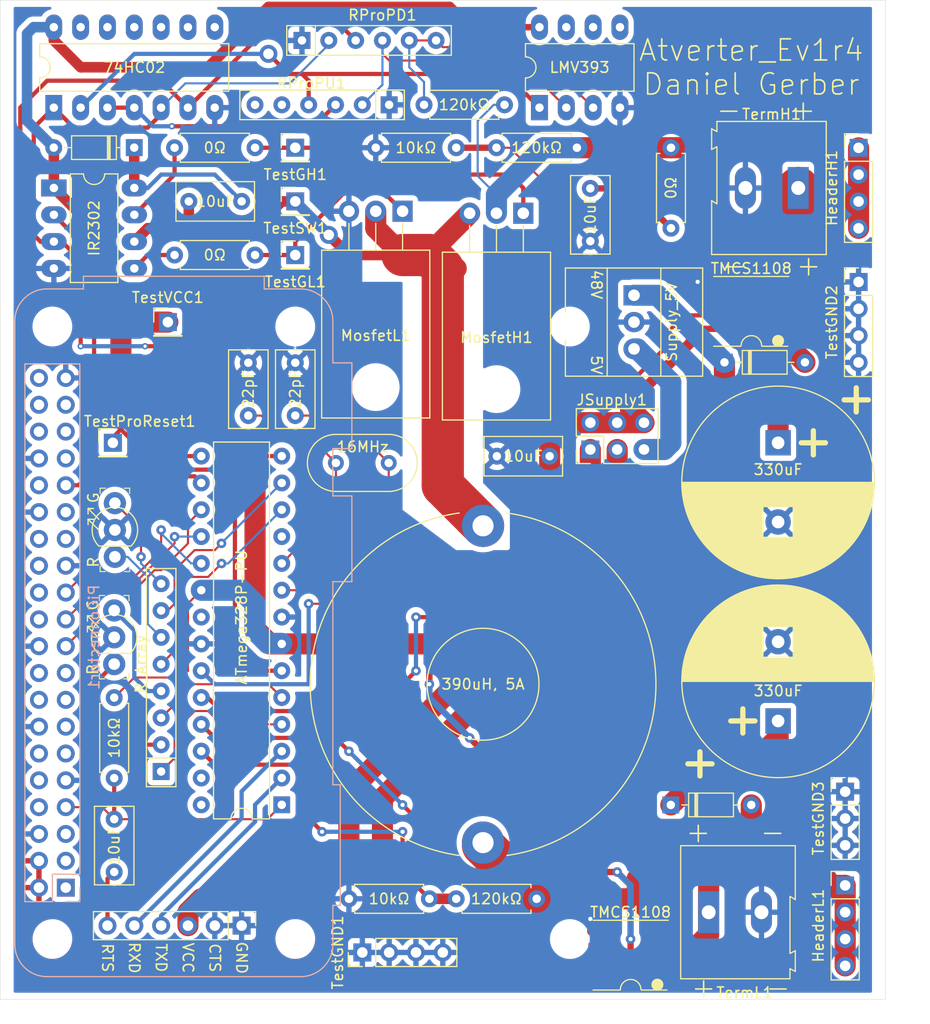
<source format=kicad_pcb>
(kicad_pcb (version 20211014) (generator pcbnew)
  (layers (0 "F.Cu" signal "Front") (31 "B.Cu" signal "Back") (34 "B.Paste" user) (35 "F.Paste" user) (36 "B.SilkS" user "B.Silkscreen") (37 "F.SilkS" user "F.Silkscreen") (38 "B.Mask" user) (39 "F.Mask" user) (44 "Edge.Cuts" user))
  (net 0 "")
  (net 1 "Net-(CBoot1-Pad1)")
  (net 2 "Net-(CBoot1-Pad2)")
  (net 3 "/DTR")
  (net 4 "GND")
  (net 5 "VCC")
  (net 6 "Net-(DSupplyH1-Pad1)")
  (net 7 "/VCCTTL")
  (net 8 "/MCURXI")
  (net 9 "/MCUTXO")
  (net 11 "/IH")
  (net 13 "/IL")
  (net 14 "/!RESET")
  (net 15 "Net-(COsc1-Pad2)")
  (net 16 "Net-(COsc2-Pad1)")
  (net 17 "/Red1")
  (net 18 "/Green1")
  (net 20 "/ProReset")
  (net 21 "/Red2")
  (net 22 "/PWM")
  (net 23 "/MOSI")
  (net 24 "/MISO")
  (net 25 "/SCLK")
  (net 27 "/VH")
  (net 28 "/VL")
  (net 32 "/VCCPi")
  (net 57 "Net-(GateDriver1-Pad7)")
  (net 58 "/VCCSupply")
  (net 59 "Net-(CHR1-Pad1)")
  (net 60 "Net-(GateDriver1-Pad5)")
  (net 61 "Net-(CH1-Pad1)")
  (net 62 "Net-(CL1-Pad1)")
  (net 63 "/!SS")
  (net 64 "Net-(MosfetH1-Pad1)")
  (net 65 "Net-(MosfetL1-Pad1)")
  (net 66 "/Green2")
  (net 67 "/!GateSD")
  (net 71 "Net-(LED1-Pad1)")
  (net 72 "Net-(LED1-Pad3)")
  (net 73 "Net-(LED2-Pad1)")
  (net 74 "Net-(LED2-Pad3)")
  (net 81 "/CompOut")
  (net 82 "Net-(DSupplyH1-Pad2)")
  (net 83 "Net-(DSupplyL1-Pad2)")
  (net 84 "/CompN")
  (net 85 "/CompP")
  (net 86 "/NORPU")
  (footprint "Connector_PinHeader_2.54mm:PinHeader_1x01_P2.54mm_Vertical" (layer "F.Cu") (at 91.44 60.96)
    (fp_text reference "TestSW1")
    (fp_text value "Conn_01x01_Male")
  )
  (footprint "Daniel_KiCad_Footprints:R_Axial_DIN0207_L6.3mm_D2.5mm_P7.62mm_Horizontal" (layer "F.Cu") (at 74.295 107.95 -90)
    (fp_text reference "RDTR1")
    (fp_text value "10kΩ")
  )
  (footprint "Inductor_THT:L_Toroid_Horizontal_D32.5mm_P30.00mm_Bourns_2300" (layer "F.Cu") (at 109.22 91.68 -90)
    (fp_text reference "L1")
    (fp_text value "390uH, 5A")
  )
  (footprint "Package_TO_SOT_THT:TO-220-3_Horizontal_TabDown" (layer "F.Cu") (at 101.6 61.89 180)
    (fp_text reference "MosfetL1")
    (fp_text value "IRF540NPBF")
  )
  (footprint "Connector_PinHeader_2.54mm:PinHeader_1x04_P2.54mm_Vertical" (layer "F.Cu") (at 144.78 68.59)
    (fp_text reference "TestGND2")
    (fp_text value "Conn_01x04_Male")
  )
  (footprint "Connector_PinHeader_2.54mm:PinHeader_1x01_P2.54mm_Vertical" (layer "F.Cu") (at 91.44 66.04)
    (fp_text reference "TestGL1")
    (fp_text value "Conn_01x01_Male")
  )
  (footprint "Daniel_KiCad_Footprints:R_Axial_DIN0207_L6.3mm_D2.5mm_P7.62mm_Horizontal" (layer "F.Cu") (at 87.63 55.88 180)
    (fp_text reference "RGateH1")
    (fp_text value "0Ω")
  )
  (footprint "Daniel_KiCad_Footprints:CP_Radial_D18.0mm_P7.50mm" (layer "F.Cu") (at 137.16 83.82 -90)
    (fp_text reference "CH1")
    (fp_text value "330uF")
  )
  (footprint "Daniel_KiCad_Footprints:R_Axial_DIN0207_L6.3mm_D2.5mm_P7.62mm_Horizontal" (layer "F.Cu") (at 87.63 66.04 180)
    (fp_text reference "RGateL1")
    (fp_text value "0Ω")
  )
  (footprint "Daniel_KiCad_Footprints:SOIC-8_3.9x4.9mm_P1.27mm" (layer "F.Cu") (at 134.62 71.12 180)
    (fp_text reference "ISenH1")
    (fp_text value "TMCS1108")
  )
  (footprint "Package_DIP:DIP-28_W7.62mm" (layer "F.Cu") (at 90.16 118.1 180)
    (fp_text reference "MCU1")
    (fp_text value "ATmega328P-PU")
  )
  (footprint "Daniel_KiCad_Footprints:C_Rect_L7.2mm_W3.5mm_P5.00mm_FKS2_FKP2_MKS2_MKP2" (layer "F.Cu") (at 74.295 124.46 90)
    (fp_text reference "CDTR1")
    (fp_text value "10uF")
  )
  (footprint "Daniel_KiCad_Footprints:R_Axial_DIN0207_L6.3mm_D2.5mm_P7.62mm_Horizontal" (layer "F.Cu") (at 114.3 127 180)
    (fp_text reference "RVSenTopL1")
    (fp_text value "120kΩ")
  )
  (footprint "Resistor_THT:R_Array_SIP8" (layer "F.Cu") (at 78.74 114.945 90)
    (fp_text reference "ResistorArray1")
    (fp_text value "R_Array")
  )
  (footprint "Daniel_KiCad_Footprints:LED_3pin_P2.54mm" (layer "F.Cu") (at 74.295 104.775 90)
    (fp_text reference "LED1" hide)
    (fp_text value "LED" hide)
  )
  (footprint "Daniel_KiCad_Footprints:C_Rect_L7.2mm_W3.5mm_P5.00mm_FKS2_FKP2_MKS2_MKP2" (layer "F.Cu") (at 119.38 59.73 -90)
    (fp_text reference "CHR1")
    (fp_text value "10uF")
  )
  (footprint "Package_DIP:DIP-14_W7.62mm_LongPads" (layer "F.Cu") (at 68.575 52.085 90)
    (fp_text reference "ProNOR1")
    (fp_text value "74HC02")
  )
  (footprint "Daniel_KiCad_Footprints:LED_3pin_P2.54mm" (layer "F.Cu") (at 74.36037 94.615 90)
    (fp_text reference "LED2" hide)
    (fp_text value "LED" hide)
  )
  (footprint "Package_TO_SOT_THT:TO-220-3_Horizontal_TabDown" (layer "F.Cu") (at 113.03 62.08 180)
    (fp_text reference "MosfetH1")
    (fp_text value "IRF540NPBF")
  )
  (footprint "Daniel_KiCad_Footprints:C_Rect_L7.2mm_W3.5mm_P5.00mm_FKS2_FKP2_MKS2_MKP2" (layer "F.Cu") (at 86.995 81.24 90)
    (fp_text reference "COsc2")
    (fp_text value "22pF")
  )
  (footprint "Connector_PinHeader_2.54mm:PinHeader_2x03_P2.54mm_Vertical" (layer "F.Cu") (at 119.38 84.455 90)
    (fp_text reference "JSupply1")
    (fp_text value "Conn_02x03_Odd_Even")
  )
  (footprint "Daniel_KiCad_Footprints:R_Axial_DIN0207_L6.3mm_D2.5mm_P7.62mm_Horizontal" (layer "F.Cu") (at 104.14 127 180)
    (fp_text reference "RVSenBotL1")
    (fp_text value "10kΩ")
  )
  (footprint "Package_DIP:DIP-8_W7.62mm_LongPads" (layer "F.Cu") (at 114.564 52.085 90)
    (fp_text reference "ProComp1")
    (fp_text value "LMV393")
  )
  (footprint "Daniel_KiCad_Footprints:R_Axial_DIN0207_L6.3mm_D2.5mm_P7.62mm_Horizontal" (layer "F.Cu") (at 103.632 51.816)
    (fp_text reference "RCompPH1")
    (fp_text value "120kΩ")
  )
  (footprint "Daniel_KiCad_Footprints:Resonator-2Pin_W10.0mm_H5.0mm" (layer "F.Cu") (at 95.29 85.725)
    (fp_text reference "Xtal16MHz1")
    (fp_text value "16MHz")
  )
  (footprint "Resistor_THT:R_Array_SIP6" (layer "F.Cu") (at 92.075 45.72)
    (fp_text reference "RProPD1")
    (fp_text value "R_Network05")
  )
  (footprint "Daniel_KiCad_Footprints:D_DO-35_SOD27_P7.62mm_Horizontal" (layer "F.Cu") (at 132.08 76.2)
    (fp_text reference "DSupplyH1")
    (fp_text value "BAT46")
  )
  (footprint "Daniel_KiCad_Footprints:C_Rect_L7.2mm_W3.5mm_P5.00mm_FKS2_FKP2_MKS2_MKP2" (layer "F.Cu") (at 115.53 85.09 180)
    (fp_text reference "CSup1")
    (fp_text value "10uF")
  )
  (footprint "Connector_PinHeader_2.54mm:PinHeader_1x01_P2.54mm_Vertical" (layer "F.Cu") (at 79.375 72.39)
    (fp_text reference "TestVCC1")
    (fp_text value "Conn_01x01_Male")
  )
  (footprint "Daniel_KiCad_Footprints:D_DO-35_SOD27_P7.62mm_Horizontal" (layer "F.Cu") (at 76.19 55.87 180)
    (fp_text reference "DBoot1")
    (fp_text value "BAT46")
  )
  (footprint "Daniel_KiCad_Footprints:SOIC-8_3.9x4.9mm_P1.27mm" (layer "F.Cu") (at 123.19 132.08 180)
    (fp_text reference "ISenL1")
    (fp_text value "TMCS1108")
  )
  (footprint "Package_DIP:DIP-8_W7.62mm_LongPads" (layer "F.Cu") (at 68.58 59.69)
    (fp_text reference "GateDriver1")
    (fp_text value "IR2302")
  )
  (footprint "Daniel_KiCad_Footprints:TerminalBlock_Altech_AK300-2_P5.00mm" (layer "F.Cu") (at 139.065 59.69 180)
    (fp_text reference "TermH1")
    (fp_text value "Screw_Terminal_01x02")
  )
  (footprint "Daniel_KiCad_Footprints:CP_Radial_D18.0mm_P7.50mm" (layer "F.Cu") (at 137.16 110.15778 90)
    (fp_text reference "CL1")
    (fp_text value "330uF")
  )
  (footprint "Connector_PinHeader_2.54mm:PinHeader_1x03_P2.54mm_Vertical" (layer "F.Cu") (at 143.51 116.855)
    (fp_text reference "TestGND3")
    (fp_text value "Conn_01x03_Male")
  )
  (footprint "Daniel_KiCad_Footprints:D_DO-35_SOD27_P7.62mm_Horizontal" (layer "F.Cu") (at 127 118.11)
    (fp_text reference "DSupplyL1")
    (fp_text value "BAT46")
  )
  (footprint "Daniel_KiCad_Footprints:R_Axial_DIN0207_L6.3mm_D2.5mm_P7.62mm_Horizontal" (layer "F.Cu") (at 127.015 55.88 -90)
    (fp_text reference "RCH1")
    (fp_text value "0Ω")
  )
  (footprint "Daniel_KiCad_Footprints:R_Axial_DIN0207_L6.3mm_D2.5mm_P7.62mm_Horizontal" (layer "F.Cu") (at 106.68 55.88 180)
    (fp_text reference "RVSenBotH1")
    (fp_text value "10kΩ")
  )
  (footprint "Daniel_KiCad_Footprints:C_Rect_L7.2mm_W3.5mm_P5.00mm_FKS2_FKP2_MKS2_MKP2" (layer "F.Cu") (at 86.36 60.96 180)
    (fp_text reference "CBoot1")
    (fp_text value "10uF")
  )
  (footprint "Daniel_KiCad_Footprints:FTDI_USB_TTL_Header" (layer "F.Cu") (at 86.36 129.54 -90)
    (fp_text reference "HeaderFTDI1" hide)
    (fp_text value "Conn_01x06_Male")
  )
  (footprint "Connector_PinHeader_2.54mm:PinHeader_1x04_P2.54mm_Vertical" (layer "F.Cu") (at 143.51 125.73)
    (fp_text reference "HeaderL1")
    (fp_text value "Conn_01x04_Male")
  )
  (footprint "Connector_PinHeader_2.54mm:PinHeader_1x01_P2.54mm_Vertical" (layer "F.Cu") (at 91.44 55.88)
    (fp_text reference "TestGH1")
    (fp_text value "Conn_01x01_Male")
  )
  (footprint "Connector_PinHeader_2.54mm:PinHeader_1x04_P2.54mm_Vertical" (layer "F.Cu") (at 97.79 132.08 90)
    (fp_text reference "TestGND1")
    (fp_text value "Conn_01x04_Male")
  )
  (footprint "Connector_PinHeader_2.54mm:PinHeader_1x04_P2.54mm_Vertical" (layer "F.Cu") (at 144.78 55.89)
    (fp_text reference "HeaderH1")
    (fp_text value "Conn_01x04_Male")
  )
  (footprint "Daniel_KiCad_Footprints:SupplyDC_48V-5V_TO-220-3_Vertical" (layer "F.Cu") (at 123.515 69.85 -90)
    (fp_text reference "Supply5V1")
    (fp_text value "Supply_5V")
  )
  (footprint "Daniel_KiCad_Footprints:R_Axial_DIN0207_L6.3mm_D2.5mm_P7.62mm_Horizontal" (layer "F.Cu") (at 118.11 55.88 180)
    (fp_text reference "RVSenTopH1")
    (fp_text value "120kΩ")
  )
  (footprint "Daniel_KiCad_Footprints:TerminalBlock_Altech_AK300-2_P5.00mm" (layer "F.Cu") (at 130.585 128.27)
    (fp_text reference "TermL1")
    (fp_text value "Screw_Terminal_01x02")
  )
  (footprint "Resistor_THT:R_Array_SIP6" (layer "F.Cu") (at 100.33 51.816 180)
    (fp_text reference "RProPU1")
    (fp_text value "R_Network05")
  )
  (footprint "Daniel_KiCad_Footprints:C_Rect_L7.2mm_W3.5mm_P5.00mm_FKS2_FKP2_MKS2_MKP2" (layer "F.Cu") (at 91.44 76.24 -90)
    (fp_text reference "COsc1")
    (fp_text value "22pF")
  )
  (footprint "Connector_PinHeader_2.54mm:PinHeader_1x01_P2.54mm_Vertical" (layer "F.Cu") (at 74.168 83.82)
    (fp_text reference "TestProReset1")
    (fp_text value "Conn_01x01_Male")
  )
  (footprint "Daniel_KiCad_Footprints:Raspberry_Pi_Zero_and_Four" (layer "B.Cu") (at 69.71 125.94)
    (fp_text reference "PiConnector1")
    (fp_text value "Raspberry_Pi_2_3")
  )
  (gr_rect (start 63.5 41.91) (end 147.32 136.525) (layer "Edge.Cuts") (width 0.0381) (fill none))
  (gr_text "Atverter_Ev1r4\nDaniel Gerber" (at 134.62 48.26) (layer "F.SilkS") (effects (font (size 2 2) (thickness 0.1524))))
  (segment (start 76.19 59.68) (end 76.2 59.69) (width 1) (layer "F.Cu") (net 1))
  (segment (start 76.19 55.87) (end 76.19 59.68) (width 1) (layer "F.Cu") (net 1))
  (segment (start 83.82 58.42) (end 86.36 60.96) (width 0.4) (layer "B.Cu") (net 1))
  (segment (start 77.47 59.69) (end 78.74 58.42) (width 0.4) (layer "B.Cu") (net 1))
  (segment (start 76.2 59.69) (end 77.47 59.69) (width 0.4) (layer "B.Cu") (net 1))
  (segment (start 78.74 58.42) (end 83.82 58.42) (width 0.4) (layer "B.Cu") (net 1))
  (segment (start 96.52 66.04) (end 101.6 66.04) (width 1) (layer "F.Cu") (net 2))
  (segment (start 104.14 65.89) (end 104.14 66.04) (width 2) (layer "F.Cu") (net 2))
  (segment (start 105.41 67.31) (end 104.14 66.04) (width 4) (layer "F.Cu") (net 2))
  (segment (start 77.47 63.5) (end 81.28 63.5) (width 1) (layer "F.Cu") (net 2))
  (segment (start 91.44 60.96) (end 90.17 60.96) (width 1) (layer "F.Cu") (net 2))
  (segment (start 87.63 63.5) (end 81.28 63.5) (width 1) (layer "F.Cu") (net 2))
  (segment (start 94.615 64.135) (end 96.52 66.04) (width 1) (layer "F.Cu") (net 2))
  (segment (start 106.68 67.31) (end 105.41 67.31) (width 2) (layer "F.Cu") (net 2))
  (segment (start 90.17 60.96) (end 87.63 63.5) (width 1) (layer "F.Cu") (net 2))
  (segment (start 81.36 63.42) (end 81.36 60.96) (width 1) (layer "F.Cu") (net 2))
  (segment (start 109.22 91.68) (end 109.22 91.44) (width 0.127) (layer "F.Cu") (net 2))
  (segment (start 104.14 66.04) (end 101.6 66.04) (width 4) (layer "F.Cu") (net 2))
  (segment (start 105.41 87.87) (end 105.41 67.31) (width 4) (layer "F.Cu") (net 2))
  (segment (start 109.22 91.68) (end 105.41 87.87) (width 4) (layer "F.Cu") (net 2))
  (segment (start 107.95 62.08) (end 104.14 65.89) (width 2) (layer "F.Cu") (net 2))
  (segment (start 99.06 61.89) (end 99.06 63.5) (width 2) (layer "F.Cu") (net 2))
  (segment (start 99.06 63.5) (end 101.6 66.04) (width 2) (layer "F.Cu") (net 2))
  (segment (start 76.2 64.77) (end 77.47 63.5) (width 1) (layer "F.Cu") (net 2))
  (segment (start 81.28 63.5) (end 81.36 63.42) (width 1) (layer "F.Cu") (net 2))
  (via (at 94.615 64.135) (size 1.7) (drill 1) (layers "F.Cu" "B.Cu") (net 2))
  (segment (start 94.615 64.135) (end 91.44 60.96) (width 1) (layer "B.Cu") (net 2))
  (segment (start 73.66 125.095) (end 74.295 124.46) (width 0.4) (layer "F.Cu") (net 3))
  (segment (start 73.66 129.54) (end 73.66 125.095) (width 0.4) (layer "F.Cu") (net 3))
  (segment (start 119.38 130.11) (end 119.445 130.175) (width 0.6) (layer "F.Cu") (net 4))
  (segment (start 132.145 69.215) (end 130.175 69.215) (width 0.6) (layer "F.Cu") (net 4))
  (segment (start 119.38 128.905) (end 119.38 130.11) (width 0.6) (layer "F.Cu") (net 4))
  (segment (start 130.175 69.215) (end 129.54 68.58) (width 0.6) (layer "F.Cu") (net 4))
  (via (at 119.38 128.905) (size 0.9) (drill 0.4) (layers "F.Cu" "B.Cu") (net 4))
  (via (at 129.54 68.58) (size 0.9) (drill 0.4) (layers "F.Cu" "B.Cu") (net 4))
  (segment (start 119.445 133.985) (end 121.285 133.985) (width 0.6) (layer "F.Cu") (net 5))
  (segment (start 123.19 130.81) (end 123.19 133.35) (width 0.6) (layer "F.Cu") (net 5))
  (segment (start 74.93 69.85) (end 73.66 68.58) (width 1) (layer "F.Cu") (net 5))
  (segment (start 128.905 73.025) (end 132.145 73.025) (width 0.6) (layer "F.Cu") (net 5))
  (segment (start 115.53 85.09) (end 115.53 83.86) (width 2) (layer "F.Cu") (net 5))
  (segment (start 109.205 44.465) (end 114.564 44.465) (width 0.6) (layer "F.Cu") (net 5))
  (segment (start 68.58 59.69) (end 68.58 55.88) (width 1) (layer "F.Cu") (net 5))
  (segment (start 115.53 93.94) (end 106.61 102.86) (width 2) (layer "F.Cu") (net 5))
  (segment (start 87.63 101.46137) (end 87.63 86.6775) (width 2) (layer "F.Cu") (net 5))
  (segment (start 104.14 106.68) (end 104.14 102.87) (width 0.6) (layer "F.Cu") (net 5))
  (segment (start 128.905 74.295) (end 123.19 80.01) (width 1) (layer "F.Cu") (net 5))
  (segment (start 88.9 42.545) (end 106.045 42.545) (width 1) (layer "F.Cu") (net 5))
  (segment (start 89.02863 102.86) (end 87.63 101.46137) (width 2) (layer "F.Cu") (net 5))
  (segment (start 121.92 124.46) (end 120.65 124.46) (width 0.6) (layer "F.Cu") (net 5))
  (segment (start 71.12 48.26) (end 83.185 48.26) (width 1) (layer "F.Cu") (net 5))
  (segment (start 123.19 133.35) (end 122.555 133.985) (width 0.6) (layer "F.Cu") (net 5))
  (segment (start 124.46 81.915) (end 123.19 80.645) (width 2) (layer "F.Cu") (net 5))
  (segment (start 80.9625 80.01) (end 78.74 80.01) (width 2) (layer "F.Cu") (net 5))
  (segment (start 73.66 64.77) (end 68.58 59.69) (width 1) (layer "F.Cu") (net 5))
  (segment (start 122.555 133.985) (end 120.44 133.985) (width 0.6) (layer "F.Cu") (net 5))
  (segment (start 83.185 48.26) (end 88.9 42.545) (width 1) (layer "F.Cu") (net 5))
  (segment (start 74.93 72.39) (end 79.375 72.39) (width 2) (layer "F.Cu") (net 5))
  (segment (start 73.66 68.58) (end 73.66 64.77) (width 1) (layer "F.Cu") (net 5))
  (segment (start 106.61 102.86) (end 104.13 102.86) (width 2) (layer "F.Cu") (net 5))
  (segment (start 76.2 106.045) (end 74.295 107.95) (width 0.2) (layer "F.Cu") (net 5))
  (segment (start 106.045 42.545) (end 108.585 45.085) (width 1) (layer "F.Cu") (net 5))
  (segment (start 74.93 76.2) (end 74.93 72.39) (width 2) (layer "F.Cu") (net 5))
  (segment (start 74.93 72.39) (end 74.93 69.85) (width 2) (layer "F.Cu") (net 5))
  (segment (start 123.19 80.645) (end 123.19 80.01) (width 2) (layer "F.Cu") (net 5))
  (segment (start 68.58 55.88) (end 68.57 55.87) (width 1) (layer "F.Cu") (net 5))
  (segment (start 90.16 102.86) (end 89.02863 102.86) (width 2) (layer "F.Cu") (net 5))
  (segment (start 121.92 81.915) (end 124.46 81.915) (width 2) (layer "F.Cu") (net 5))
  (segment (start 128.905 73.025) (end 128.905 74.295) (width 1) (layer "F.Cu") (net 5))
  (segment (start 80.645 106.045) (end 76.2 106.045) (width 0.2) (layer "F.Cu") (net 5))
  (segment (start 120.65 124.46) (end 107.95 111.76) (width 0.6) (layer "F.Cu") (net 5))
  (segment (start 81.28 99.04) (end 81.28 105.41) (width 0.2) (layer "F.Cu") (net 5))
  (segment (start 68.575 44.465) (end 68.575 45.715) (width 1) (layer "F.Cu") (net 5))
  (segment (start 104.13 102.86) (end 99.07 102.86) (width 2) (layer "F.Cu") (net 5))
  (segment (start 108.585 45.085) (end 109.205 44.465) (width 0.6) (layer "F.Cu") (net 5))
  (segment (start 117.475 81.915) (end 119.38 81.915) (width 2) (layer "F.Cu") (net 5))
  (segment (start 68.575 45.715) (end 71.12 48.26) (width 1) (layer "F.Cu") (net 5))
  (segment (start 104.14 102.87) (end 104.13 102.86) (width 0.6) (layer "F.Cu") (net 5))
  (segment (start 87.63 86.6775) (end 80.9625 80.01) (width 2) (layer "F.Cu") (net 5))
  (segment (start 99.07 102.86) (end 90.16 102.86) (width 2) (layer "F.Cu") (net 5))
  (segment (start 119.38 81.915) (end 121.92 81.915) (width 2) (layer "F.Cu") (net 5))
  (segment (start 81.28 105.41) (end 80.645 106.045) (width 0.2) (layer "F.Cu") (net 5))
  (segment (start 82.54 97.78) (end 81.28 99.04) (width 0.2) (layer "F.Cu") (net 5))
  (segment (start 115.53 85.09) (end 115.53 93.94) (width 2) (layer "F.Cu") (net 5))
  (segment (start 115.53 83.86) (end 117.475 81.915) (width 2) (layer "F.Cu") (net 5))
  (segment (start 78.74 80.01) (end 74.93 76.2) (width 2) (layer "F.Cu") (net 5))
  (via (at 121.92 124.46) (size 0.9) (drill 0.4) (layers "F.Cu" "B.Cu") (net 5))
  (via (at 107.95 111.76) (size 0.9) (drill 0.4) (layers "F.Cu" "B.Cu") (net 5))
  (via (at 123.19 130.81) (size 0.9) (drill 0.4) (layers "F.Cu" "B.Cu") (net 5))
  (via (at 104.14 106.68) (size 0.9) (drill 0.4) (layers "F.Cu" "B.Cu") (net 5))
  (segment (start 68.575 44.465) (end 66.66 44.465) (width 1) (layer "B.Cu") (net 5))
  (segment (start 107.95 111.76) (end 104.14 107.95) (width 0.6) (layer "B.Cu") (net 5))
  (segment (start 104.14 107.95) (end 104.14 106.68) (width 0.6) (layer "B.Cu") (net 5))
  (segment (start 86.35 97.78) (end 87.63 99.06) (width 2) (layer "B.Cu") (net 5))
  (segment (start 123.19 125.73) (end 121.92 124.46) (width 0.6) (layer "B.Cu") (net 5))
  (segment (start 82.54 97.78) (end 86.35 97.78) (width 2) (layer "B.Cu") (net 5))
  (segment (start 88.843 102.813) (end 90.16 102.813) (width 2) (layer "B.Cu") (net 5))
  (segment (start 123.19 130.81) (end 123.19 125.73) (width 0.6) (layer "B.Cu") (net 5))
  (segment (start 66.04 45.085) (end 66.04 53.34) (width 1) (layer "B.Cu") (net 5))
  (segment (start 66.66 44.465) (end 66.04 45.085) (width 1) (layer "B.Cu") (net 5))
  (segment (start 87.63 99.06) (end 87.63 101.6) (width 2) (layer "B.Cu") (net 5))
  (segment (start 87.63 101.6) (end 88.843 102.813) (width 2) (layer "B.Cu") (net 5))
  (segment (start 66.04 53.34) (end 68.57 55.87) (width 1) (layer "B.Cu") (net 5))
  (segment (start 132.08 86.995) (end 132.08 76.2) (width 2) (layer "F.Cu") (net 6))
  (segment (start 129.54 115.57) (end 129.54 89.535) (width 2) (layer "F.Cu") (net 6))
  (segment (start 127 118.11) (end 129.54 115.57) (width 2) (layer "F.Cu") (net 6))
  (segment (start 129.54 89.535) (end 132.08 86.995) (width 2) (layer "F.Cu") (net 6))
  (segment (start 123.515 69.85) (end 125.73 69.85) (width 2) (layer "B.Cu") (net 6))
  (segment (start 125.73 69.85) (end 132.08 76.2) (width 2) (layer "B.Cu") (net 6))
  (segment (start 119.38 93.98) (end 119.38 84.455) (width 2) (layer "F.Cu") (net 7))
  (segment (start 81.28 129.54) (end 81.28 128.27) (width 2) (layer "F.Cu") (net 7))
  (segment (start 96.52 123.19) (end 96.52 116.84) (width 2) (layer "F.Cu") (net 7))
  (segment (start 96.52 116.84) (end 119.38 93.98) (width 2) (layer "F.Cu") (net 7))
  (segment (start 82.55 127) (end 92.71 127) (width 2) (layer "F.Cu") (net 7))
  (segment (start 81.28 128.27) (end 82.55 127) (width 2) (layer "F.Cu") (net 7))
  (segment (start 92.71 127) (end 96.52 123.19) (width 2) (layer "F.Cu") (net 7))
  (segment (start 78.74 128.5875) (end 78.74 129.54) (width 0.4) (layer "B.Cu") (net 8))
  (segment (start 87.63 118.09) (end 87.63 119.6975) (width 0.4) (layer "B.Cu") (net 8))
  (segment (start 87.63 119.6975) (end 78.74 128.5875) (width 0.4) (layer "B.Cu") (net 8))
  (segment (start 90.16 115.56) (end 87.63 118.09) (width 0.4) (layer "B.Cu") (net 8))
  (segment (start 86.36 116.82) (end 86.36 119.38) (width 0.4) (layer "B.Cu") (net 9))
  (segment (start 90.16 113.02) (end 86.36 116.82) (width 0.4) (layer "B.Cu") (net 9))
  (segment (start 86.36 119.38) (end 76.2 129.54) (width 0.4) (layer "B.Cu") (net 9))
  (segment (start 117.475 78.105) (end 113.665 81.915) (width 0.4) (layer "F.Cu") (net 11))
  (segment (start 126.365 74.93) (end 123.19 78.105) (width 0.4) (layer "F.Cu") (net 11))
  (segment (start 84.42387 109.22) (end 83.14387 107.94) (width 0.4) (layer "F.Cu") (net 11))
  (segment (start 113.665 93.345) (end 106.68 100.33) (width 0.4) (layer "F.Cu") (net 11))
  (segment (start 113.665 81.915) (end 113.665 93.345) (width 0.4) (layer "F.Cu") (net 11))
  (segment (start 106.68 100.33) (end 102.87 100.33) (width 0.4) (layer "F.Cu") (net 11))
  (segment (start 102.87 105.41) (end 99.06 109.22) (width 0.4) (layer "F.Cu") (net 11))
  (segment (start 128.27 71.755) (end 126.365 73.66) (width 0.4) (layer "F.Cu") (net 11))
  (segment (start 132.145 71.755) (end 128.27 71.755) (width 0.4) (layer "F.Cu") (net 11))
  (segment (start 99.06 109.22) (end 84.42387 109.22) (width 0.4) (layer "F.Cu") (net 11))
  (segment (start 123.19 78.105) (end 117.475 78.105) (width 0.4) (layer "F.Cu") (net 11))
  (segment (start 126.365 73.66) (end 126.365 74.93) (width 0.4) (layer "F.Cu") (net 11))
  (segment (start 83.14387 107.94) (end 82.54 107.94) (width 0.4) (layer "F.Cu") (net 11))
  (via (at 102.87 100.33) (size 0.9) (drill 0.4) (layers "F.Cu" "B.Cu") (net 11))
  (via (at 102.87 105.41) (size 0.9) (drill 0.4) (layers "F.Cu" "B.Cu") (net 11))
  (segment (start 102.87 100.33) (end 102.87 105.41) (width 0.4) (layer "B.Cu") (net 11))
  (segment (start 111.76 129.54) (end 104.14 129.54) (width 0.4) (layer "F.Cu") (net 13))
  (segment (start 119.095 132.715) (end 119.445 132.715) (width 0.6) (layer "F.Cu") (net 13))
  (segment (start 83.82 114.3) (end 82.54 113.02) (width 0.4) (layer "F.Cu") (net 13))
  (segment (start 93.98 120.65) (end 92.71 119.38) (width 0.4) (layer "F.Cu") (net 13))
  (segment (start 114.3 132.08) (end 114.935 132.08) (width 0.6) (layer "F.Cu") (net 13))
  (segment (start 116.205 133.35) (end 118.46 133.35) (width 0.6) (layer "F.Cu") (net 13))
  (segment (start 114.3 132.08) (end 111.76 129.54) (width 0.4) (layer "F.Cu") (net 13))
  (segment (start 91.44 114.3) (end 83.82 114.3) (width 0.4) (layer "F.Cu") (net 13))
  (segment (start 101.6 127) (end 101.6 120.65) (width 0.4) (layer "F.Cu") (net 13))
  (segment (start 114.935 132.08) (end 116.205 133.35) (width 0.6) (layer "F.Cu") (net 13))
  (segment (start 92.71 119.38) (end 92.71 115.57) (width 0.4) (layer "F.Cu") (net 13))
  (segment (start 92.71 115.57) (end 91.44 114.3) (width 0.4) (layer "F.Cu") (net 13))
  (segment (start 118.46 133.35) (end 119.095 132.715) (width 0.6) (layer "F.Cu") (net 13))
  (segment (start 104.14 129.54) (end 101.6 127) (width 0.4) (layer "F.Cu") (net 13))
  (via (at 101.6 120.65) (size 0.9) (drill 0.4) (layers "F.Cu" "B.Cu") (net 13))
  (via (at 93.98 120.65) (size 0.9) (drill 0.4) (layers "F.Cu" "B.Cu") (net 13))
  (segment (start 101.6 120.65) (end 93.98 120.65) (width 0.4) (layer "B.Cu") (net 13))
  (segment (start 74.295 119.46) (end 88.8 119.46) (width 0.2) (layer "F.Cu") (net 14))
  (segment (start 73.155 118.32) (end 74.295 119.46) (width 0.2) (layer "F.Cu") (net 14))
  (segment (start 69.71 118.32) (end 73.155 118.32) (width 0.2) (layer "F.Cu") (net 14))
  (segment (start 74.295 119.46) (end 74.295 115.57) (width 0.4) (layer "F.Cu") (net 14))
  (segment (start 88.8 119.46) (end 90.16 118.1) (width 0.2) (layer "F.Cu") (net 14))
  (segment (start 100.29 93.385) (end 100.29 85.09) (width 0.2) (layer "F.Cu") (net 15))
  (segment (start 91.44 81.24) (end 95.805 81.24) (width 0.2) (layer "F.Cu") (net 15))
  (segment (start 90.16 97.78) (end 95.895 97.78) (width 0.2) (layer "F.Cu") (net 15))
  (segment (start 95.805 81.24) (end 100.29 85.725) (width 0.2) (layer "F.Cu") (net 15))
  (segment (start 95.895 97.78) (end 100.29 93.385) (width 0.2) (layer "F.Cu") (net 15))
  (segment (start 88.225 81.24) (end 90.17 83.185) (width 0.2) (layer "F.Cu") (net 16))
  (segment (start 92.75 83.185) (end 95.29 85.725) (width 0.2) (layer "F.Cu") (net 16))
  (segment (start 90.17 83.185) (end 92.75 83.185) (width 0.2) (layer "F.Cu") (net 16))
  (segment (start 86.995 81.24) (end 88.225 81.24) (width 0.2) (layer "F.Cu") (net 16))
  (segment (start 95.29 85.09) (end 95.29 90.11) (width 0.2) (layer "F.Cu") (net 16))
  (segment (start 95.29 90.11) (end 90.16 95.24) (width 0.2) (layer "F.Cu") (net 16))
  (segment (start 80.01 113.675) (end 78.74 114.945) (width 0.2) (layer "F.Cu") (net 17))
  (segment (start 83.185 109.22) (end 81.915 109.22) (width 0.2) (layer "F.Cu") (net 17))
  (segment (start 80.01 111.125) (end 80.01 113.675) (width 0.2) (layer "F.Cu") (net 17))
  (segment (start 81.915 109.22) (end 80.01 111.125) (width 0.2) (layer "F.Cu") (net 17))
  (segment (start 90.16 110.48) (end 84.445 110.48) (width 0.2) (layer "F.Cu") (net 17))
  (segment (start 84.445 110.48) (end 83.185 109.22) (width 0.2) (layer "F.Cu") (net 17))
  (segment (start 80.645 107.315) (end 80.645 107.96) (width 0.2) (layer "F.Cu") (net 18))
  (segment (start 80.645 107.96) (end 78.74 109.865) (width 0.2) (layer "F.Cu") (net 18))
  (segment (start 81.28 106.68) (end 80.645 107.315) (width 0.2) (layer "F.Cu") (net 18))
  (segment (start 90.16 107.94) (end 88.9 106.68) (width 0.2) (layer "F.Cu") (net 18))
  (segment (start 88.9 106.68) (end 81.28 106.68) (width 0.2) (layer "F.Cu") (net 18))
  (segment (start 89.545 43.815) (end 95.25 43.815) (width 0.4) (layer "F.Cu") (net 20))
  (segment (start 78.72 49.53) (end 81.275 52.085) (width 0.4) (layer "F.Cu") (net 20))
  (segment (start 95.25 43.815) (end 97.155 45.72) (width 0.4) (layer "F.Cu") (net 20))
  (segment (start 85.725 103.505) (end 85.725 88.265) (width 0.4) (layer "F.Cu") (net 20))
  (segment (start 74.93 82.55) (end 74.168 83.312) (width 0.4) (layer "F.Cu") (net 20))
  (segment (start 74.93 82.55) (end 71.12 78.74) (width 0.4) (layer "F.Cu") (net 20))
  (segment (start 78.74 86.36) (end 74.93 82.55) (width 0.4) (layer "F.Cu") (net 20))
  (segment (start 81.275 52.085) (end 89.545 43.815) (width 0.4) (layer "F.Cu") (net 20))
  (segment (start 67.630999 75.692) (end 65.405 73.466001) (width 0.4) (layer "F.Cu") (net 20))
  (segment (start 85.725 88.265) (end 83.82 86.36) (width 0.4) (layer "F.Cu") (net 20))
  (segment (start 74.168 83.312) (end 74.168 83.82) (width 0.4) (layer "F.Cu") (net 20))
  (segment (start 71.12 78.74) (end 71.12 76.708) (width 0.4) (layer "F.Cu") (net 20))
  (segment (start 83.82 86.36) (end 78.74 86.36) (width 0.4) (layer "F.Cu") (net 20))
  (segment (start 65.405 52.07) (end 67.945 49.53) (width 0.4) (layer "F.Cu") (net 20))
  (segment (start 71.12 76.708) (end 70.104 75.692) (width 0.4) (layer "F.Cu") (net 20))
  (segment (start 67.945 49.53) (end 78.72 49.53) (width 0.4) (layer "F.Cu") (net 20))
  (segment (start 70.104 75.692) (end 67.630999 75.692) (width 0.4) (layer "F.Cu") (net 20))
  (segment (start 65.405 73.466001) (end 65.405 52.07) (width 0.4) (layer "F.Cu") (net 20))
  (segment (start 87.62 105.4) (end 85.725 103.505) (width 0.4) (layer "F.Cu") (net 20))
  (segment (start 90.16 105.4) (end 87.62 105.4) (width 0.4) (layer "F.Cu") (net 20))
  (segment (start 80.645 102.88) (end 78.74 104.785) (width 0.2) (layer "F.Cu") (net 21))
  (segment (start 84.455 95.25) (end 83.185 96.52) (width 0.2) (layer "F.Cu") (net 21))
  (segment (start 80.645 97.155) (end 80.645 102.88) (width 0.2) (layer "F.Cu") (net 21))
  (segment (start 83.185 96.52) (end 81.28 96.52) (width 0.2) (layer "F.Cu") (net 21))
  (segment (start 81.28 96.52) (end 80.645 97.155) (width 0.2) (layer "F.Cu") (net 21))
  (via (at 84.455 95.25) (size 0.9) (drill 0.4) (layers "F.Cu" "B.Cu") (net 21))
  (segment (start 90.16 90.16) (end 85.07 95.25) (width 0.2) (layer "B.Cu") (net 21))
  (segment (start 85.07 95.25) (end 84.455 95.25) (width 0.2) (layer "B.Cu") (net 21))
  (segment (start 80 85.08) (end 72.39 77.47) (width 0.4) (layer "F.Cu") (net 22))
  (segment (start 82.54 85.08) (end 80 85.08) (width 0.4) (layer "F.Cu") (net 22))
  (segment (start 72.39 77.47) (end 72.39 66.04) (width 0.4) (layer "F.Cu") (net 22))
  (segment (start 72.39 66.04) (end 68.58 62.23) (width 0.4) (layer "F.Cu") (net 22))
  (segment (start 69.71 103.08) (end 72.39 100.4) (width 0.2) (layer "F.Cu") (net 23))
  (segment (start 81.28 91.44) (end 82.54 90.18) (width 0.2) (layer "F.Cu") (net 23))
  (segment (start 78.74 95.885) (end 81.28 93.345) (width 0.2) (layer "F.Cu") (net 23))
  (segment (start 73.025 97.79) (end 76.2 97.79) (width 0.2) (layer "F.Cu") (net 23))
  (segment (start 72.39 100.4) (end 72.39 98.425) (width 0.2) (layer "F.Cu") (net 23))
  (segment (start 81.28 93.345) (end 81.28 91.44) (width 0.2) (layer "F.Cu") (net 23))
  (segment (start 82.54 90.18) (end 82.54 90.16) (width 0.2) (layer "F.Cu") (net 23))
  (segment (start 78.105 95.885) (end 78.74 95.885) (width 0.2) (layer "F.Cu") (net 23))
  (segment (start 72.39 98.425) (end 73.025 97.79) (width 0.2) (layer "F.Cu") (net 23))
  (segment (start 76.2 97.79) (end 78.105 95.885) (width 0.2) (layer "F.Cu") (net 23))
  (segment (start 76.2 97.155) (end 72.39 97.155) (width 0.2) (layer "F.Cu") (net 24))
  (segment (start 80.01 93.345) (end 76.2 97.155) (width 0.2) (layer "F.Cu") (net 24))
  (segment (start 80.01 92.71) (end 80.01 93.345) (width 0.2) (layer "F.Cu") (net 24))
  (segment (start 71.755 98.495) (end 69.71 100.54) (width 0.2) (layer "F.Cu") (net 24))
  (segment (start 72.39 97.155) (end 71.755 97.79) (width 0.2) (layer "F.Cu") (net 24))
  (segment (start 71.755 97.79) (end 71.755 98.495) (width 0.2) (layer "F.Cu") (net 24))
  (via (at 80.01 92.71) (size 0.9) (drill 0.4) (layers "F.Cu" "B.Cu") (net 24))
  (segment (start 80.01 92.71) (end 80.02 92.7) (width 0.2) (layer "B.Cu") (net 24))
  (segment (start 80.02 92.7) (end 82.54 92.7) (width 0.2) (layer "B.Cu") (net 24))
  (segment (start 78.74 93.98) (end 76.2 96.52) (width 0.2) (layer "F.Cu") (net 25))
  (segment (start 76.2 96.52) (end 71.19 96.52) (width 0.2) (layer "F.Cu") (net 25))
  (segment (start 71.19 96.52) (end 69.71 98) (width 0.2) (layer "F.Cu") (net 25))
  (segment (start 78.74 92.075) (end 78.74 93.98) (width 0.2) (layer "F.Cu") (net 25))
  (via (at 78.74 92.075) (size 0.9) (drill 0.4) (layers "F.Cu" "B.Cu") (net 25))
  (segment (start 78.74 92.075) (end 78.74 92.397423) (width 0.2) (layer "B.Cu") (net 25))
  (segment (start 81.582577 95.24) (end 82.54 95.24) (width 0.2) (layer "B.Cu") (net 25))
  (segment (start 78.74 92.397423) (end 81.582577 95.24) (width 0.2) (layer "B.Cu") (net 25))
  (segment (start 111.76 55.88) (end 115.57 59.69) (width 0.2) (layer "F.Cu") (net 27))
  (segment (start 115.57 78.74) (end 112.395 81.915) (width 0.2) (layer "F.Cu") (net 27))
  (segment (start 111.76 55.88) (end 110.49 55.88) (width 0.2) (layer "F.Cu") (net 27))
  (segment (start 115.57 59.69) (end 115.57 78.74) (width 0.2) (layer "F.Cu") (net 27))
  (segment (start 112.395 81.915) (end 112.395 93.345) (width 0.2) (layer "F.Cu") (net 27))
  (segment (start 106.68 55.88) (end 109.863 55.88) (width 0.6) (layer "F.Cu") (net 27))
  (segment (start 106.68 99.06) (end 92.71 99.06) (width 0.2) (layer "F.Cu") (net 27))
  (segment (start 112.395 93.345) (end 106.68 99.06) (width 0.2) (layer "F.Cu") (net 27))
  (via (at 92.71 99.06) (size 0.9) (drill 0.4) (layers "F.Cu" "B.Cu") (net 27))
  (segment (start 92.71 106.68) (end 83.82 106.68) (width 0.4) (layer "B.Cu") (net 27))
  (segment (start 92.71 99.06) (end 92.71 106.68) (width 0.4) (layer "B.Cu") (net 27))
  (segment (start 83.82 106.68) (end 82.54 105.4) (width 0.4) (layer "B.Cu") (net 27))
  (segment (start 104.14 127) (end 102.87 125.73) (width 0.4) (layer "F.Cu") (net 28))
  (segment (start 95.25 111.76) (end 83.82 111.76) (width 0.4) (layer "F.Cu") (net 28))
  (segment (start 102.87 119.38) (end 101.6 118.11) (width 0.4) (layer "F.Cu") (net 28))
  (segment (start 83.82 111.76) (end 82.54 110.48) (width 0.4) (layer "F.Cu") (net 28))
  (segment (start 106.68 127) (end 104.14 127) (width 1) (layer "F.Cu") (net 28))
  (segment (start 96.52 113.03) (end 95.25 111.76) (width 0.4) (layer "F.Cu") (net 28))
  (segment (start 102.87 125.73) (end 102.87 119.38) (width 0.4) (layer "F.Cu") (net 28))
  (via (at 101.6 118.11) (size 0.9) (drill 0.4) (layers "F.Cu" "B.Cu") (net 28))
  (via (at 96.52 113.03) (size 0.9) (drill 0.4) (layers "F.Cu" "B.Cu") (net 28))
  (segment (start 101.6 118.11) (end 96.52 113.03) (width 0.4) (layer "B.Cu") (net 28))
  (segment (start 95.25 130.81) (end 96.52 129.54) (width 2) (layer "F.Cu") (net 32))
  (segment (start 97.79 129.54) (end 99.695 127.635) (width 2) (layer "F.Cu") (net 32))
  (segment (start 99.695 127.635) (end 99.695 117.475) (width 2) (layer "F.Cu") (net 32))
  (segment (start 99.695 117.475) (end 121.92 95.25) (width 2) (layer "F.Cu") (net 32))
  (segment (start 121.92 95.25) (end 121.92 84.455) (width 2) (layer "F.Cu") (net 32))
  (segment (start 95.25 132.08) (end 95.25 130.81) (width 2) (layer "F.Cu") (net 32))
  (segment (start 96.52 129.54) (end 97.79 129.54) (width 2) (layer "F.Cu") (net 32))
  (segment (start 80.01 58.42) (end 80.01 55.88) (width 0.4) (layer "F.Cu") (net 57))
  (segment (start 76.2 62.23) (end 80.01 58.42) (width 0.4) (layer "F.Cu") (net 57))
  (segment (start 126.365 84.455) (end 124.46 84.455) (width 2) (layer "B.Cu") (net 58))
  (segment (start 123.825 74.93) (end 127 78.105) (width 2) (layer "B.Cu") (net 58))
  (segment (start 127 78.105) (end 127 83.82) (width 2) (layer "B.Cu") (net 58))
  (segment (start 127 83.82) (end 126.365 84.455) (width 2) (layer "B.Cu") (net 58))
  (segment (start 123.515 74.93) (end 123.825 74.93) (width 2) (layer "B.Cu") (net 58))
  (segment (start 123.245 59.73) (end 127.015 63.5) (width 0.6) (layer "F.Cu") (net 59))
  (segment (start 119.38 59.73) (end 123.245 59.73) (width 0.6) (layer "F.Cu") (net 59))
  (segment (start 76.2 67.31) (end 77.47 66.04) (width 0.4) (layer "F.Cu") (net 60))
  (segment (start 77.47 66.04) (end 80.01 66.04) (width 0.4) (layer "F.Cu") (net 60))
  (segment (start 129.54 55.88) (end 127.015 55.88) (width 2) (layer "F.Cu") (net 61))
  (segment (start 118.11 55.88) (end 127.015 55.88) (width 2) (layer "F.Cu") (net 61))
  (segment (start 135.255 69.215) (end 134.62 69.85) (width 2) (layer "F.Cu") (net 61))
  (segment (start 135.255 69.215) (end 137.095 69.215) (width 1) (layer "F.Cu") (net 61))
  (segment (start 137.095 69.215) (end 137.095 70.485) (width 0.6) (layer "F.Cu") (net 61))
  (segment (start 130.81 62.865) (end 130.81 57.15) (width 2) (layer "F.Cu") (net 61))
  (segment (start 130.81 57.15) (end 129.54 55.88) (width 2) (layer "F.Cu") (net 61))
  (segment (start 135.255 67.31) (end 130.81 62.865) (width 2) (layer "F.Cu") (net 61))
  (segment (start 135.255 69.215) (end 135.255 67.31) (width 2) (layer "F.Cu") (net 61))
  (segment (start 134.62 69.85) (end 134.62 77.47) (width 2) (layer "F.Cu") (net 61))
  (segment (start 137.16 80.01) (end 137.16 83.82) (width 2) (layer "F.Cu") (net 61))
  (segment (start 134.62 77.47) (end 137.16 80.01) (width 2) (layer "F.Cu") (net 61))
  (segment (start 110.49 60.325) (end 114.935 55.88) (width 2) (layer "B.Cu") (net 61))
  (segment (start 108.712 53.34) (end 108.712 58.547) (width 0.2) (layer "B.Cu") (net 61))
  (segment (start 110.236 51.816) (end 108.712 53.34) (width 0.2) (layer "B.Cu") (net 61))
  (segment (start 110.49 62.08) (end 110.49 60.325) (width 2) (layer "B.Cu") (net 61))
  (segment (start 114.935 55.88) (end 118.11 55.88) (width 2) (layer "B.Cu") (net 61))
  (segment (start 108.712 58.547) (end 110.49 60.325) (width 0.2) (layer "B.Cu") (net 61))
  (segment (start 111.252 51.816) (end 110.236 51.816) (width 0.2) (layer "B.Cu") (net 61))
  (segment (start 123.825 125.095) (end 123.825 127) (width 2) (layer "F.Cu") (net 62))
  (segment (start 125.94 130.175) (end 125.94 131.445) (width 0.6) (layer "F.Cu") (net 62))
  (segment (start 109.22 121.92) (end 114.3 127) (width 4) (layer "F.Cu") (net 62))
  (segment (start 137.16 111.76) (end 123.825 125.095) (width 2) (layer "F.Cu") (net 62))
  (segment (start 123.825 127) (end 125.94 129.115) (width 2) (layer "F.Cu") (net 62))
  (segment (start 137.16 110.15778) (end 137.16 111.76) (width 2) (layer "F.Cu") (net 62))
  (segment (start 109.22 121.68) (end 109.22 121.92) (width 4) (layer "F.Cu") (net 62))
  (segment (start 125.94 129.115) (end 125.94 130.175) (width 2) (layer "F.Cu") (net 62))
  (segment (start 114.3 127) (end 123.825 127) (width 2) (layer "F.Cu") (net 62))
  (segment (start 81.915 86.995) (end 82.54 87.62) (width 0.4) (layer "F.Cu") (net 63))
  (segment (start 71.755 86.995) (end 81.915 86.995) (width 0.4) (layer "F.Cu") (net 63))
  (segment (start 70.91 87.84) (end 71.755 86.995) (width 0.4) (layer "F.Cu") (net 63))
  (segment (start 69.71 87.84) (end 70.91 87.84) (width 0.4) (layer "F.Cu") (net 63))
  (segment (start 111.76 58.42) (end 113.03 59.69) (width 0.4) (layer "F.Cu") (net 64))
  (segment (start 87.63 55.88) (end 91.44 55.88) (width 0.4) (layer "F.Cu") (net 64))
  (segment (start 91.44 55.88) (end 96.52 55.88) (width 0.4) (layer "F.Cu") (net 64))
  (segment (start 99.06 58.42) (end 111.76 58.42) (width 0.4) (layer "F.Cu") (net 64))
  (segment (start 96.52 55.88) (end 99.06 58.42) (width 0.4) (layer "F.Cu") (net 64))
  (segment (start 113.03 59.69) (end 113.03 62.08) (width 0.4) (layer "F.Cu") (net 64))
  (segment (start 99.4 59.69) (end 101.6 61.89) (width 0.4) (layer "F.Cu") (net 65))
  (segment (start 96.52 59.69) (end 99.4 59.69) (width 0.4) (layer "F.Cu") (net 65))
  (segment (start 87.63 66.04) (end 91.44 66.04) (width 0.4) (layer "F.Cu") (net 65))
  (segment (start 91.44 66.04) (end 91.44 64.77) (width 0.4) (layer "F.Cu") (net 65))
  (segment (start 91.44 64.77) (end 96.52 59.69) (width 0.4) (layer "F.Cu") (net 65))
  (segment (start 80.01 95.885) (end 80.01 99.06) (width 0.2) (layer "F.Cu") (net 66))
  (segment (start 81.915 93.98) (end 80.01 95.885) (width 0.2) (layer "F.Cu") (net 66))
  (segment (start 79.365 99.705) (end 78.74 99.705) (width 0.2) (layer "F.Cu") (net 66))
  (segment (start 84.455 93.345) (end 83.82 93.98) (width 0.2) (layer "F.Cu") (net 66))
  (segment (start 83.82 93.98) (end 81.915 93.98) (width 0.2) (layer "F.Cu") (net 66))
  (segment (start 80.01 99.06) (end 79.365 99.705) (width 0.2) (layer "F.Cu") (net 66))
  (via (at 84.455 93.345) (size 0.9) (drill 0.4) (layers "F.Cu" "B.Cu") (net 66))
  (segment (start 90.16 87.62) (end 84.455 93.325) (width 0.2) (layer "B.Cu") (net 66))
  (segment (start 84.455 93.325) (end 84.455 93.345) (width 0.2) (layer "B.Cu") (net 66))
  (segment (start 90.16 85.08) (end 88.636 85.08) (width 0.4) (layer "F.Cu") (net 67))
  (segment (start 88.636 85.08) (end 79.248 75.692) (width 0.4) (layer "F.Cu") (net 67))
  (segment (start 78.735 52.085) (end 78.735 52.71) (width 0.4) (layer "F.Cu") (net 67))
  (segment (start 79.248 75.692) (end 78.232 74.676) (width 0.4) (layer "F.Cu") (net 67))
  (segment (start 67.31 64.77) (end 66.675 64.135) (width 0.4) (layer "F.Cu") (net 67))
  (segment (start 78.735 52.71) (end 77.47 53.975) (width 0.4) (layer "F.Cu") (net 67))
  (segment (start 68.58 64.77) (end 69.342 64.77) (width 0.4) (layer "F.Cu") (net 67))
  (segment (start 69.342 64.77) (end 71.12 66.548) (width 0.4) (layer "F.Cu") (net 67))
  (segment (start 71.12 66.548) (end 71.12 74.676) (width 0.4) (layer "F.Cu") (net 67))
  (segment (start 78.232 74.676) (end 77.216 74.676) (width 0.4) (layer "F.Cu") (net 67))
  (segment (start 70.465 53.975) (end 68.575 52.085) (width 0.4) (layer "F.Cu") (net 67))
  (segment (start 77.47 53.975) (end 70.465 53.975) (width 0.4) (layer "F.Cu") (net 67))
  (segment (start 66.675 64.135) (end 66.675 53.985) (width 0.4) (layer "F.Cu") (net 67))
  (segment (start 66.675 53.985) (end 68.575 52.085) (width 0.4) (layer "F.Cu") (net 67))
  (segment (start 68.58 64.77) (end 67.31 64.77) (width 0.4) (layer "F.Cu") (net 67))
  (via (at 77.216 74.676) (size 0.6) (drill 0.3) (layers "F.Cu" "B.Cu") (net 67))
  (via (at 71.12 74.676) (size 0.6) (drill 0.3) (layers "F.Cu" "B.Cu") (net 67))
  (segment (start 94.615 46.101) (end 90.932 49.784) (width 0.2) (layer "B.Cu") (net 67))
  (segment (start 81.036 49.784) (end 78.735 52.085) (width 0.2) (layer "B.Cu") (net 67))
  (segment (start 94.615 45.72) (end 94.615 46.101) (width 0.2) (layer "B.Cu") (net 67))
  (segment (start 77.216 74.676) (end 71.12 74.676) (width 0.4) (layer "B.Cu") (net 67))
  (segment (start 90.932 49.784) (end 81.036 49.784) (width 0.2) (layer "B.Cu") (net 67))
  (segment (start 74.94 112.405) (end 72.39 109.855) (width 0.4) (layer "F.Cu") (net 71))
  (segment (start 72.39 109.855) (end 72.39 106.68) (width 0.4) (layer "F.Cu") (net 71))
  (segment (start 72.39 106.68) (end 74.295 104.775) (width 0.4) (layer "F.Cu") (net 71))
  (segment (start 78.74 112.405) (end 74.94 112.405) (width 0.4) (layer "F.Cu") (net 71))
  (segment (start 76.2 101.6) (end 74.295 99.695) (width 0.4) (layer "B.Cu") (net 72))
  (segment (start 78.74 107.325) (end 77.48 107.325) (width 0.4) (layer "B.Cu") (net 72))
  (segment (start 76.2 106.045) (end 76.2 101.6) (width 0.4) (layer "B.Cu") (net 72))
  (segment (start 77.48 107.325) (end 76.2 106.045) (width 0.4) (layer "B.Cu") (net 72))
  (segment (start 77.47 96.52) (end 75.565 94.615) (width 0.2) (layer "B.Cu") (net 73))
  (segment (start 75.565 94.615) (end 74.295 94.615) (width 0.2) (layer "B.Cu") (net 73))
  (segment (start 77.47 100.975) (end 77.47 96.52) (width 0.2) (layer "B.Cu") (net 73))
  (segment (start 78.74 102.245) (end 77.47 100.975) (width 0.2) (layer "B.Cu") (net 73))
  (segment (start 76.835 92.00963) (end 74.36037 89.535) (width 0.2) (layer "F.Cu") (net 74))
  (segment (start 76.835 94.615) (end 76.835 92.00963) (width 0.2) (layer "F.Cu") (net 74))
  (via (at 76.835 94.615) (size 0.9) (drill 0.4) (layers "F.Cu" "B.Cu") (net 74))
  (segment (start 76.835 95.25) (end 76.835 94.615) (width 0.2) (layer "B.Cu") (net 74))
  (segment (start 78.74 97.165) (end 77.47 95.895) (width 0.2) (layer "B.Cu") (net 74))
  (segment (start 77.47 95.895) (end 77.47 95.885) (width 0.2) (layer "B.Cu") (net 74))
  (segment (start 77.47 95.885) (end 76.835 95.25) (width 0.2) (layer "B.Cu") (net 74))
  (segment (start 92.71 49.53) (end 92.71 51.816) (width 0.4) (layer "F.Cu") (net 81))
  (segment (start 88.9 46.99) (end 90.805 48.895) (width 0.4) (layer "F.Cu") (net 81))
  (segment (start 92.075 48.895) (end 111.379 48.895) (width 0.4) (layer "F.Cu") (net 81))
  (segment (start 92.075 48.895) (end 92.71 49.53) (width 0.4) (layer "F.Cu") (net 81))
  (segment (start 111.379 48.895) (end 114.564 52.08) (width 0.4) (layer "F.Cu") (net 81))
  (segment (start 90.805 48.895) (end 92.075 48.895) (width 0.4) (layer "F.Cu") (net 81))
  (segment (start 114.564 52.08) (end 114.564 52.085) (width 0.4) (layer "F.Cu") (net 81))
  (via (at 88.9 46.99) (size 1.7) (drill 1) (layers "F.Cu" "B.Cu") (net 81))
  (segment (start 76.21 46.99) (end 88.9 46.99) (width 0.4) (layer "B.Cu") (net 81))
  (segment (start 71.115 52.085) (end 76.21 46.99) (width 0.4) (layer "B.Cu") (net 81))
  (segment (start 144.78 60.97) (end 144.78 58.43) (width 2) (layer "F.Cu") (net 82))
  (segment (start 138.43 74.93) (end 139.7 76.2) (width 2) (layer "F.Cu") (net 82))
  (segment (start 140.97 71.12) (end 140.97 60.96) (width 4) (layer "F.Cu") (net 82))
  (segment (start 138.43 74.36) (end 137.095 73.025) (width 2) (layer "F.Cu") (net 82))
  (segment (start 139.065 60.96) (end 140.97 60.96) (width 4) (layer "F.Cu") (net 82))
  (segment (start 137.095 73.025) (end 137.795 73.025) (width 2) (layer "F.Cu") (net 82))
  (segment (start 138.43 74.36) (end 138.43 74.93) (width 2) (layer "F.Cu") (net 82))
  (segment (start 139.065 60.96) (end 139.065 59.69) (width 4) (layer "F.Cu") (net 82))
  (segment (start 139.7 72.39) (end 140.97 71.12) (width 2) (layer "F.Cu") (net 82))
  (segment (start 137.795 73.025) (end 139.065 73.025) (width 2) (layer "F.Cu") (net 82))
  (segment (start 137.095 73.025) (end 137.095 71.755) (width 0.6) (layer "F.Cu") (net 82))
  (segment (start 144.78 55.89) (end 144.78 58.43) (width 2) (layer "F.Cu") (net 82))
  (segment (start 140.98 60.97) (end 144.78 60.97) (width 2) (layer "F.Cu") (net 82))
  (segment (start 139.065 73.025) (end 139.7 72.39) (width 2) (layer "F.Cu") (net 82))
  (segment (start 144.78 60.97) (end 144.78 63.51) (width 2) (layer "F.Cu") (net 82))
  (segment (start 130.585 130.4) (end 130.585 128.27) (width 2) (layer "F.Cu") (net 83))
  (segment (start 143.51 128.27) (end 143.51 130.81) (width 2) (layer "F.Cu") (net 83))
  (segment (start 143.51 125.73) (end 140.97 125.73) (width 2) (layer "F.Cu") (net 83))
  (segment (start 143.51 130.81) (end 143.51 133.35) (width 2) (layer "F.Cu") (net 83))
  (segment (start 139.7 125.73) (end 134.62 120.65) (width 4) (layer "F.Cu") (net 83))
  (segment (start 130.585 124.685) (end 134.62 120.65) (width 2) (layer "F.Cu") (net 83))
  (segment (start 134.62 120.65) (end 134.62 118.11) (width 2) (layer "F.Cu") (net 83))
  (segment (start 143.51 125.73) (end 143.51 128.27) (width 2) (layer "F.Cu") (net 83))
  (segment (start 130.585 128.27) (end 130.585 124.685) (width 2) (layer "F.Cu") (net 83))
  (segment (start 125.94 132.715) (end 125.94 133.985) (width 0.6) (layer "F.Cu") (net 83))
  (segment (start 125.94 133.985) (end 127 133.985) (width 2) (layer "F.Cu") (net 83))
  (segment (start 140.97 125.73) (end 139.7 125.73) (width 4) (layer "F.Cu") (net 83))
  (segment (start 127 133.985) (end 130.585 130.4) (width 2) (layer "F.Cu") (net 83))
  (segment (start 99.695 46.99) (end 100.33 47.625) (width 0.2) (layer "F.Cu") (net 84))
  (segment (start 100.33 47.625) (end 112.644 47.625) (width 0.2) (layer "F.Cu") (net 84))
  (segment (start 99.695 45.72) (end 99.695 46.99) (width 0.2) (layer "F.Cu") (net 84))
  (segment (start 112.644 47.625) (end 117.104 52.085) (width 0.2) (layer "F.Cu") (net 84))
  (segment (start 99.695 49.911) (end 97.79 51.816) (width 0.2) (layer "B.Cu") (net 84))
  (segment (start 99.695 45.72) (end 99.695 49.911) (width 0.2) (layer "B.Cu") (net 84))
  (segment (start 113.914 46.355) (end 119.644 52.085) (width 0.2) (layer "F.Cu") (net 85))
  (segment (start 102.235 45.72) (end 104.775 45.72) (width 0.2) (layer "F.Cu") (net 85))
  (segment (start 105.41 46.355) (end 113.914 46.355) (width 0.2) (layer "F.Cu") (net 85))
  (segment (start 104.775 45.72) (end 105.41 46.355) (width 0.2) (layer "F.Cu") (net 85))
  (segment (start 103.632 49.657) (end 102.235 48.26) (width 0.2) (layer "B.Cu") (net 85))
  (segment (start 102.235 48.26) (end 102.235 45.72) (width 0.2) (layer "B.Cu") (net 85))
  (segment (start 103.632 51.816) (end 103.632 49.657) (width 0.2) (layer "B.Cu") (net 85))
  (segment (start 93.218 53.848) (end 79.756 53.848) (width 0.4) (layer "F.Cu") (net 86))
  (segment (start 73.655 52.085) (end 76.195 52.085) (width 0.4) (layer "F.Cu") (net 86))
  (segment (start 95.25 51.816) (end 93.218 53.848) (width 0.4) (layer "F.Cu") (net 86))
  (via (at 79.756 53.848) (size 0.6) (drill 0.3) (layers "F.Cu" "B.Cu") (net 86))
  (segment (start 79.756 53.848) (end 77.958 53.848) (width 0.4) (layer "B.Cu") (net 86))
  (segment (start 76.195 52.085) (end 77.958 53.848) (width 0.4) (layer "B.Cu") (net 86))
  (zone (net 32) (net_name "/VCCPi") (layer "F.Cu") (connect_pads (clearance 0.508)) (min_thickness 0.254) (fill yes (thermal_gap 0.508) (thermal_bridge_width 0.508))
    (polygon (pts (xy 68.58 128.27) (xy 68.58 130.81) (xy 71.12 130.81) (xy 96.52 130.81) (xy 96.52 134.62) (xy 64.77 134.62) (xy 64.77 121.92) (xy 68.58 121.92)))
  )
  (zone (net 4) (net_name "GND") (layer "B.Cu") (connect_pads (clearance 0.508)) (min_thickness 0.254) (fill yes (thermal_gap 0.508) (thermal_bridge_width 0.508))
    (polygon (pts (xy 146.05 135.89) (xy 64.77 135.89) (xy 64.77 42.545) (xy 146.05 42.545)))
  )
  (zone (net 0) (net_name "") (layer "B.Cu") (connect_pads (clearance 0)) (min_thickness 0.254)
    (keepout (tracks not_allowed) (vias allowed) (pads allowed) (copperpour not_allowed) (footprints allowed))
    (fill (thermal_gap 0.508) (thermal_bridge_width 0.508))
    (polygon (pts (xy 109.22 64.77) (xy 109.22 69.85) (xy 109.22 87.63) (xy 111.76 90.17) (xy 111.76 93.98) (xy 106.68 93.98) (xy 101.6 90.17) (xy 101.6 68.58) (xy 97.79 68.58) (xy 97.79 60.96) (xy 109.22 60.96)))
  )
)
</source>
